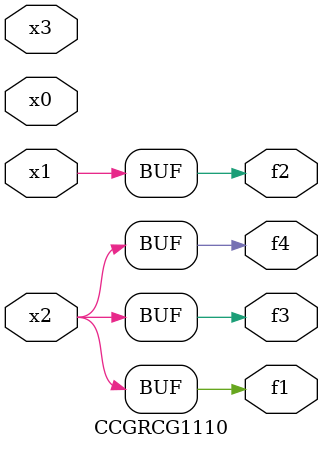
<source format=v>
module CCGRCG1110(
	input x0, x1, x2, x3,
	output f1, f2, f3, f4
);
	assign f1 = x2;
	assign f2 = x1;
	assign f3 = x2;
	assign f4 = x2;
endmodule

</source>
